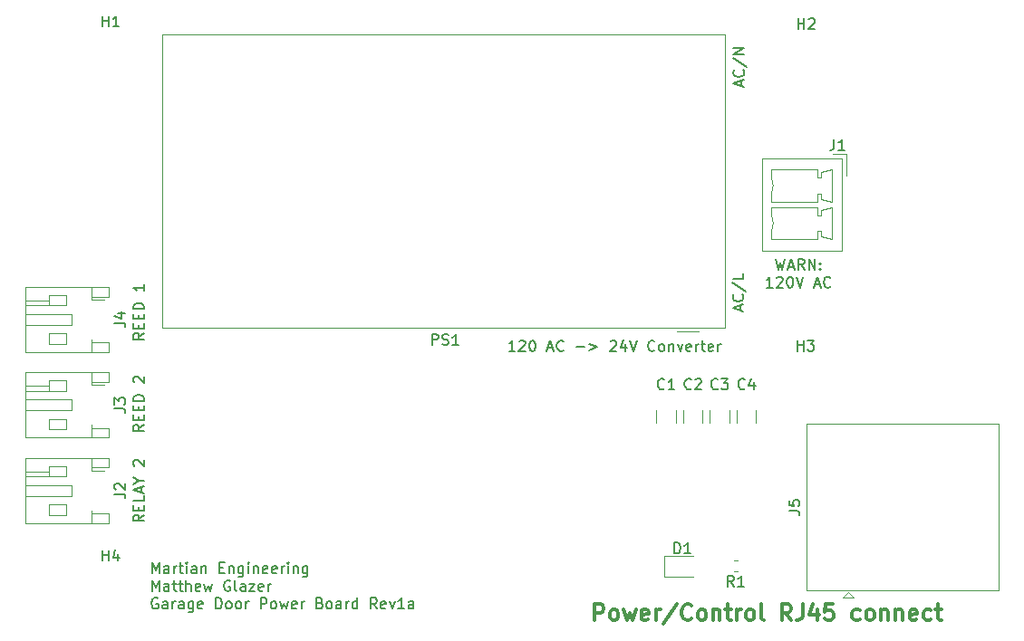
<source format=gbr>
G04 #@! TF.GenerationSoftware,KiCad,Pcbnew,(5.1.5)-3*
G04 #@! TF.CreationDate,2020-05-14T21:27:18-06:00*
G04 #@! TF.ProjectId,GarageDoorPowerBoard,47617261-6765-4446-9f6f-72506f776572,rev?*
G04 #@! TF.SameCoordinates,Original*
G04 #@! TF.FileFunction,Legend,Top*
G04 #@! TF.FilePolarity,Positive*
%FSLAX46Y46*%
G04 Gerber Fmt 4.6, Leading zero omitted, Abs format (unit mm)*
G04 Created by KiCad (PCBNEW (5.1.5)-3) date 2020-05-14 21:27:18*
%MOMM*%
%LPD*%
G04 APERTURE LIST*
%ADD10C,0.150000*%
%ADD11C,0.300000*%
%ADD12C,0.120000*%
G04 APERTURE END LIST*
D10*
X110469995Y-115667780D02*
X110469995Y-114667780D01*
X110803328Y-115382066D01*
X111136661Y-114667780D01*
X111136661Y-115667780D01*
X112041423Y-115667780D02*
X112041423Y-115143971D01*
X111993804Y-115048733D01*
X111898566Y-115001114D01*
X111708090Y-115001114D01*
X111612852Y-115048733D01*
X112041423Y-115620161D02*
X111946185Y-115667780D01*
X111708090Y-115667780D01*
X111612852Y-115620161D01*
X111565233Y-115524923D01*
X111565233Y-115429685D01*
X111612852Y-115334447D01*
X111708090Y-115286828D01*
X111946185Y-115286828D01*
X112041423Y-115239209D01*
X112517614Y-115667780D02*
X112517614Y-115001114D01*
X112517614Y-115191590D02*
X112565233Y-115096352D01*
X112612852Y-115048733D01*
X112708090Y-115001114D01*
X112803328Y-115001114D01*
X112993804Y-115001114D02*
X113374757Y-115001114D01*
X113136661Y-114667780D02*
X113136661Y-115524923D01*
X113184280Y-115620161D01*
X113279519Y-115667780D01*
X113374757Y-115667780D01*
X113708090Y-115667780D02*
X113708090Y-115001114D01*
X113708090Y-114667780D02*
X113660471Y-114715400D01*
X113708090Y-114763019D01*
X113755709Y-114715400D01*
X113708090Y-114667780D01*
X113708090Y-114763019D01*
X114612852Y-115667780D02*
X114612852Y-115143971D01*
X114565233Y-115048733D01*
X114469995Y-115001114D01*
X114279519Y-115001114D01*
X114184280Y-115048733D01*
X114612852Y-115620161D02*
X114517614Y-115667780D01*
X114279519Y-115667780D01*
X114184280Y-115620161D01*
X114136661Y-115524923D01*
X114136661Y-115429685D01*
X114184280Y-115334447D01*
X114279519Y-115286828D01*
X114517614Y-115286828D01*
X114612852Y-115239209D01*
X115089042Y-115001114D02*
X115089042Y-115667780D01*
X115089042Y-115096352D02*
X115136661Y-115048733D01*
X115231900Y-115001114D01*
X115374757Y-115001114D01*
X115469995Y-115048733D01*
X115517614Y-115143971D01*
X115517614Y-115667780D01*
X116755709Y-115143971D02*
X117089042Y-115143971D01*
X117231900Y-115667780D02*
X116755709Y-115667780D01*
X116755709Y-114667780D01*
X117231900Y-114667780D01*
X117660471Y-115001114D02*
X117660471Y-115667780D01*
X117660471Y-115096352D02*
X117708090Y-115048733D01*
X117803328Y-115001114D01*
X117946185Y-115001114D01*
X118041423Y-115048733D01*
X118089042Y-115143971D01*
X118089042Y-115667780D01*
X118993804Y-115001114D02*
X118993804Y-115810638D01*
X118946185Y-115905876D01*
X118898566Y-115953495D01*
X118803328Y-116001114D01*
X118660471Y-116001114D01*
X118565233Y-115953495D01*
X118993804Y-115620161D02*
X118898566Y-115667780D01*
X118708090Y-115667780D01*
X118612852Y-115620161D01*
X118565233Y-115572542D01*
X118517614Y-115477304D01*
X118517614Y-115191590D01*
X118565233Y-115096352D01*
X118612852Y-115048733D01*
X118708090Y-115001114D01*
X118898566Y-115001114D01*
X118993804Y-115048733D01*
X119469995Y-115667780D02*
X119469995Y-115001114D01*
X119469995Y-114667780D02*
X119422376Y-114715400D01*
X119469995Y-114763019D01*
X119517614Y-114715400D01*
X119469995Y-114667780D01*
X119469995Y-114763019D01*
X119946185Y-115001114D02*
X119946185Y-115667780D01*
X119946185Y-115096352D02*
X119993804Y-115048733D01*
X120089042Y-115001114D01*
X120231900Y-115001114D01*
X120327138Y-115048733D01*
X120374757Y-115143971D01*
X120374757Y-115667780D01*
X121231900Y-115620161D02*
X121136661Y-115667780D01*
X120946185Y-115667780D01*
X120850947Y-115620161D01*
X120803328Y-115524923D01*
X120803328Y-115143971D01*
X120850947Y-115048733D01*
X120946185Y-115001114D01*
X121136661Y-115001114D01*
X121231900Y-115048733D01*
X121279519Y-115143971D01*
X121279519Y-115239209D01*
X120803328Y-115334447D01*
X122089042Y-115620161D02*
X121993804Y-115667780D01*
X121803328Y-115667780D01*
X121708090Y-115620161D01*
X121660471Y-115524923D01*
X121660471Y-115143971D01*
X121708090Y-115048733D01*
X121803328Y-115001114D01*
X121993804Y-115001114D01*
X122089042Y-115048733D01*
X122136661Y-115143971D01*
X122136661Y-115239209D01*
X121660471Y-115334447D01*
X122565233Y-115667780D02*
X122565233Y-115001114D01*
X122565233Y-115191590D02*
X122612852Y-115096352D01*
X122660471Y-115048733D01*
X122755709Y-115001114D01*
X122850947Y-115001114D01*
X123184280Y-115667780D02*
X123184280Y-115001114D01*
X123184280Y-114667780D02*
X123136661Y-114715400D01*
X123184280Y-114763019D01*
X123231900Y-114715400D01*
X123184280Y-114667780D01*
X123184280Y-114763019D01*
X123660471Y-115001114D02*
X123660471Y-115667780D01*
X123660471Y-115096352D02*
X123708090Y-115048733D01*
X123803328Y-115001114D01*
X123946185Y-115001114D01*
X124041423Y-115048733D01*
X124089042Y-115143971D01*
X124089042Y-115667780D01*
X124993804Y-115001114D02*
X124993804Y-115810638D01*
X124946185Y-115905876D01*
X124898566Y-115953495D01*
X124803328Y-116001114D01*
X124660471Y-116001114D01*
X124565233Y-115953495D01*
X124993804Y-115620161D02*
X124898566Y-115667780D01*
X124708090Y-115667780D01*
X124612852Y-115620161D01*
X124565233Y-115572542D01*
X124517614Y-115477304D01*
X124517614Y-115191590D01*
X124565233Y-115096352D01*
X124612852Y-115048733D01*
X124708090Y-115001114D01*
X124898566Y-115001114D01*
X124993804Y-115048733D01*
X110469995Y-117317780D02*
X110469995Y-116317780D01*
X110803328Y-117032066D01*
X111136661Y-116317780D01*
X111136661Y-117317780D01*
X112041423Y-117317780D02*
X112041423Y-116793971D01*
X111993804Y-116698733D01*
X111898566Y-116651114D01*
X111708090Y-116651114D01*
X111612852Y-116698733D01*
X112041423Y-117270161D02*
X111946185Y-117317780D01*
X111708090Y-117317780D01*
X111612852Y-117270161D01*
X111565233Y-117174923D01*
X111565233Y-117079685D01*
X111612852Y-116984447D01*
X111708090Y-116936828D01*
X111946185Y-116936828D01*
X112041423Y-116889209D01*
X112374757Y-116651114D02*
X112755709Y-116651114D01*
X112517614Y-116317780D02*
X112517614Y-117174923D01*
X112565233Y-117270161D01*
X112660471Y-117317780D01*
X112755709Y-117317780D01*
X112946185Y-116651114D02*
X113327138Y-116651114D01*
X113089042Y-116317780D02*
X113089042Y-117174923D01*
X113136661Y-117270161D01*
X113231900Y-117317780D01*
X113327138Y-117317780D01*
X113660471Y-117317780D02*
X113660471Y-116317780D01*
X114089042Y-117317780D02*
X114089042Y-116793971D01*
X114041423Y-116698733D01*
X113946185Y-116651114D01*
X113803328Y-116651114D01*
X113708090Y-116698733D01*
X113660471Y-116746352D01*
X114946185Y-117270161D02*
X114850947Y-117317780D01*
X114660471Y-117317780D01*
X114565233Y-117270161D01*
X114517614Y-117174923D01*
X114517614Y-116793971D01*
X114565233Y-116698733D01*
X114660471Y-116651114D01*
X114850947Y-116651114D01*
X114946185Y-116698733D01*
X114993804Y-116793971D01*
X114993804Y-116889209D01*
X114517614Y-116984447D01*
X115327138Y-116651114D02*
X115517614Y-117317780D01*
X115708090Y-116841590D01*
X115898566Y-117317780D01*
X116089042Y-116651114D01*
X117755709Y-116365400D02*
X117660471Y-116317780D01*
X117517614Y-116317780D01*
X117374757Y-116365400D01*
X117279519Y-116460638D01*
X117231900Y-116555876D01*
X117184280Y-116746352D01*
X117184280Y-116889209D01*
X117231900Y-117079685D01*
X117279519Y-117174923D01*
X117374757Y-117270161D01*
X117517614Y-117317780D01*
X117612852Y-117317780D01*
X117755709Y-117270161D01*
X117803328Y-117222542D01*
X117803328Y-116889209D01*
X117612852Y-116889209D01*
X118374757Y-117317780D02*
X118279519Y-117270161D01*
X118231900Y-117174923D01*
X118231900Y-116317780D01*
X119184280Y-117317780D02*
X119184280Y-116793971D01*
X119136661Y-116698733D01*
X119041423Y-116651114D01*
X118850947Y-116651114D01*
X118755709Y-116698733D01*
X119184280Y-117270161D02*
X119089042Y-117317780D01*
X118850947Y-117317780D01*
X118755709Y-117270161D01*
X118708090Y-117174923D01*
X118708090Y-117079685D01*
X118755709Y-116984447D01*
X118850947Y-116936828D01*
X119089042Y-116936828D01*
X119184280Y-116889209D01*
X119565233Y-116651114D02*
X120089042Y-116651114D01*
X119565233Y-117317780D01*
X120089042Y-117317780D01*
X120850947Y-117270161D02*
X120755709Y-117317780D01*
X120565233Y-117317780D01*
X120469995Y-117270161D01*
X120422376Y-117174923D01*
X120422376Y-116793971D01*
X120469995Y-116698733D01*
X120565233Y-116651114D01*
X120755709Y-116651114D01*
X120850947Y-116698733D01*
X120898566Y-116793971D01*
X120898566Y-116889209D01*
X120422376Y-116984447D01*
X121327138Y-117317780D02*
X121327138Y-116651114D01*
X121327138Y-116841590D02*
X121374757Y-116746352D01*
X121422376Y-116698733D01*
X121517614Y-116651114D01*
X121612852Y-116651114D01*
X110993804Y-118015400D02*
X110898566Y-117967780D01*
X110755709Y-117967780D01*
X110612852Y-118015400D01*
X110517614Y-118110638D01*
X110469995Y-118205876D01*
X110422376Y-118396352D01*
X110422376Y-118539209D01*
X110469995Y-118729685D01*
X110517614Y-118824923D01*
X110612852Y-118920161D01*
X110755709Y-118967780D01*
X110850947Y-118967780D01*
X110993804Y-118920161D01*
X111041423Y-118872542D01*
X111041423Y-118539209D01*
X110850947Y-118539209D01*
X111898566Y-118967780D02*
X111898566Y-118443971D01*
X111850947Y-118348733D01*
X111755709Y-118301114D01*
X111565233Y-118301114D01*
X111469995Y-118348733D01*
X111898566Y-118920161D02*
X111803328Y-118967780D01*
X111565233Y-118967780D01*
X111469995Y-118920161D01*
X111422376Y-118824923D01*
X111422376Y-118729685D01*
X111469995Y-118634447D01*
X111565233Y-118586828D01*
X111803328Y-118586828D01*
X111898566Y-118539209D01*
X112374757Y-118967780D02*
X112374757Y-118301114D01*
X112374757Y-118491590D02*
X112422376Y-118396352D01*
X112469995Y-118348733D01*
X112565233Y-118301114D01*
X112660471Y-118301114D01*
X113422376Y-118967780D02*
X113422376Y-118443971D01*
X113374757Y-118348733D01*
X113279519Y-118301114D01*
X113089042Y-118301114D01*
X112993804Y-118348733D01*
X113422376Y-118920161D02*
X113327138Y-118967780D01*
X113089042Y-118967780D01*
X112993804Y-118920161D01*
X112946185Y-118824923D01*
X112946185Y-118729685D01*
X112993804Y-118634447D01*
X113089042Y-118586828D01*
X113327138Y-118586828D01*
X113422376Y-118539209D01*
X114327138Y-118301114D02*
X114327138Y-119110638D01*
X114279519Y-119205876D01*
X114231900Y-119253495D01*
X114136661Y-119301114D01*
X113993804Y-119301114D01*
X113898566Y-119253495D01*
X114327138Y-118920161D02*
X114231900Y-118967780D01*
X114041423Y-118967780D01*
X113946185Y-118920161D01*
X113898566Y-118872542D01*
X113850947Y-118777304D01*
X113850947Y-118491590D01*
X113898566Y-118396352D01*
X113946185Y-118348733D01*
X114041423Y-118301114D01*
X114231900Y-118301114D01*
X114327138Y-118348733D01*
X115184280Y-118920161D02*
X115089042Y-118967780D01*
X114898566Y-118967780D01*
X114803328Y-118920161D01*
X114755709Y-118824923D01*
X114755709Y-118443971D01*
X114803328Y-118348733D01*
X114898566Y-118301114D01*
X115089042Y-118301114D01*
X115184280Y-118348733D01*
X115231900Y-118443971D01*
X115231900Y-118539209D01*
X114755709Y-118634447D01*
X116422376Y-118967780D02*
X116422376Y-117967780D01*
X116660471Y-117967780D01*
X116803328Y-118015400D01*
X116898566Y-118110638D01*
X116946185Y-118205876D01*
X116993804Y-118396352D01*
X116993804Y-118539209D01*
X116946185Y-118729685D01*
X116898566Y-118824923D01*
X116803328Y-118920161D01*
X116660471Y-118967780D01*
X116422376Y-118967780D01*
X117565233Y-118967780D02*
X117469995Y-118920161D01*
X117422376Y-118872542D01*
X117374757Y-118777304D01*
X117374757Y-118491590D01*
X117422376Y-118396352D01*
X117469995Y-118348733D01*
X117565233Y-118301114D01*
X117708090Y-118301114D01*
X117803328Y-118348733D01*
X117850947Y-118396352D01*
X117898566Y-118491590D01*
X117898566Y-118777304D01*
X117850947Y-118872542D01*
X117803328Y-118920161D01*
X117708090Y-118967780D01*
X117565233Y-118967780D01*
X118469995Y-118967780D02*
X118374757Y-118920161D01*
X118327138Y-118872542D01*
X118279519Y-118777304D01*
X118279519Y-118491590D01*
X118327138Y-118396352D01*
X118374757Y-118348733D01*
X118469995Y-118301114D01*
X118612852Y-118301114D01*
X118708090Y-118348733D01*
X118755709Y-118396352D01*
X118803328Y-118491590D01*
X118803328Y-118777304D01*
X118755709Y-118872542D01*
X118708090Y-118920161D01*
X118612852Y-118967780D01*
X118469995Y-118967780D01*
X119231900Y-118967780D02*
X119231900Y-118301114D01*
X119231900Y-118491590D02*
X119279519Y-118396352D01*
X119327138Y-118348733D01*
X119422376Y-118301114D01*
X119517614Y-118301114D01*
X120612852Y-118967780D02*
X120612852Y-117967780D01*
X120993804Y-117967780D01*
X121089042Y-118015400D01*
X121136661Y-118063019D01*
X121184280Y-118158257D01*
X121184280Y-118301114D01*
X121136661Y-118396352D01*
X121089042Y-118443971D01*
X120993804Y-118491590D01*
X120612852Y-118491590D01*
X121755709Y-118967780D02*
X121660471Y-118920161D01*
X121612852Y-118872542D01*
X121565233Y-118777304D01*
X121565233Y-118491590D01*
X121612852Y-118396352D01*
X121660471Y-118348733D01*
X121755709Y-118301114D01*
X121898566Y-118301114D01*
X121993804Y-118348733D01*
X122041423Y-118396352D01*
X122089042Y-118491590D01*
X122089042Y-118777304D01*
X122041423Y-118872542D01*
X121993804Y-118920161D01*
X121898566Y-118967780D01*
X121755709Y-118967780D01*
X122422376Y-118301114D02*
X122612852Y-118967780D01*
X122803328Y-118491590D01*
X122993804Y-118967780D01*
X123184280Y-118301114D01*
X123946185Y-118920161D02*
X123850947Y-118967780D01*
X123660471Y-118967780D01*
X123565233Y-118920161D01*
X123517614Y-118824923D01*
X123517614Y-118443971D01*
X123565233Y-118348733D01*
X123660471Y-118301114D01*
X123850947Y-118301114D01*
X123946185Y-118348733D01*
X123993804Y-118443971D01*
X123993804Y-118539209D01*
X123517614Y-118634447D01*
X124422376Y-118967780D02*
X124422376Y-118301114D01*
X124422376Y-118491590D02*
X124469995Y-118396352D01*
X124517614Y-118348733D01*
X124612852Y-118301114D01*
X124708090Y-118301114D01*
X126136661Y-118443971D02*
X126279519Y-118491590D01*
X126327138Y-118539209D01*
X126374757Y-118634447D01*
X126374757Y-118777304D01*
X126327138Y-118872542D01*
X126279519Y-118920161D01*
X126184280Y-118967780D01*
X125803328Y-118967780D01*
X125803328Y-117967780D01*
X126136661Y-117967780D01*
X126231900Y-118015400D01*
X126279519Y-118063019D01*
X126327138Y-118158257D01*
X126327138Y-118253495D01*
X126279519Y-118348733D01*
X126231900Y-118396352D01*
X126136661Y-118443971D01*
X125803328Y-118443971D01*
X126946185Y-118967780D02*
X126850947Y-118920161D01*
X126803328Y-118872542D01*
X126755709Y-118777304D01*
X126755709Y-118491590D01*
X126803328Y-118396352D01*
X126850947Y-118348733D01*
X126946185Y-118301114D01*
X127089042Y-118301114D01*
X127184280Y-118348733D01*
X127231900Y-118396352D01*
X127279519Y-118491590D01*
X127279519Y-118777304D01*
X127231900Y-118872542D01*
X127184280Y-118920161D01*
X127089042Y-118967780D01*
X126946185Y-118967780D01*
X128136661Y-118967780D02*
X128136661Y-118443971D01*
X128089042Y-118348733D01*
X127993804Y-118301114D01*
X127803328Y-118301114D01*
X127708090Y-118348733D01*
X128136661Y-118920161D02*
X128041423Y-118967780D01*
X127803328Y-118967780D01*
X127708090Y-118920161D01*
X127660471Y-118824923D01*
X127660471Y-118729685D01*
X127708090Y-118634447D01*
X127803328Y-118586828D01*
X128041423Y-118586828D01*
X128136661Y-118539209D01*
X128612852Y-118967780D02*
X128612852Y-118301114D01*
X128612852Y-118491590D02*
X128660471Y-118396352D01*
X128708090Y-118348733D01*
X128803328Y-118301114D01*
X128898566Y-118301114D01*
X129660471Y-118967780D02*
X129660471Y-117967780D01*
X129660471Y-118920161D02*
X129565233Y-118967780D01*
X129374757Y-118967780D01*
X129279519Y-118920161D01*
X129231900Y-118872542D01*
X129184280Y-118777304D01*
X129184280Y-118491590D01*
X129231900Y-118396352D01*
X129279519Y-118348733D01*
X129374757Y-118301114D01*
X129565233Y-118301114D01*
X129660471Y-118348733D01*
X131469995Y-118967780D02*
X131136661Y-118491590D01*
X130898566Y-118967780D02*
X130898566Y-117967780D01*
X131279519Y-117967780D01*
X131374757Y-118015400D01*
X131422376Y-118063019D01*
X131469995Y-118158257D01*
X131469995Y-118301114D01*
X131422376Y-118396352D01*
X131374757Y-118443971D01*
X131279519Y-118491590D01*
X130898566Y-118491590D01*
X132279519Y-118920161D02*
X132184280Y-118967780D01*
X131993804Y-118967780D01*
X131898566Y-118920161D01*
X131850947Y-118824923D01*
X131850947Y-118443971D01*
X131898566Y-118348733D01*
X131993804Y-118301114D01*
X132184280Y-118301114D01*
X132279519Y-118348733D01*
X132327138Y-118443971D01*
X132327138Y-118539209D01*
X131850947Y-118634447D01*
X132660471Y-118301114D02*
X132898566Y-118967780D01*
X133136661Y-118301114D01*
X134041423Y-118967780D02*
X133469995Y-118967780D01*
X133755709Y-118967780D02*
X133755709Y-117967780D01*
X133660471Y-118110638D01*
X133565233Y-118205876D01*
X133469995Y-118253495D01*
X134898566Y-118967780D02*
X134898566Y-118443971D01*
X134850947Y-118348733D01*
X134755709Y-118301114D01*
X134565233Y-118301114D01*
X134469995Y-118348733D01*
X134898566Y-118920161D02*
X134803328Y-118967780D01*
X134565233Y-118967780D01*
X134469995Y-118920161D01*
X134422376Y-118824923D01*
X134422376Y-118729685D01*
X134469995Y-118634447D01*
X134565233Y-118586828D01*
X134803328Y-118586828D01*
X134898566Y-118539209D01*
X165444466Y-91074666D02*
X165444466Y-90598476D01*
X165730180Y-91169904D02*
X164730180Y-90836571D01*
X165730180Y-90503238D01*
X165634942Y-89598476D02*
X165682561Y-89646095D01*
X165730180Y-89788952D01*
X165730180Y-89884190D01*
X165682561Y-90027047D01*
X165587323Y-90122285D01*
X165492085Y-90169904D01*
X165301609Y-90217523D01*
X165158752Y-90217523D01*
X164968276Y-90169904D01*
X164873038Y-90122285D01*
X164777800Y-90027047D01*
X164730180Y-89884190D01*
X164730180Y-89788952D01*
X164777800Y-89646095D01*
X164825419Y-89598476D01*
X164682561Y-88455619D02*
X165968276Y-89312761D01*
X165730180Y-87646095D02*
X165730180Y-88122285D01*
X164730180Y-88122285D01*
X165495266Y-70086314D02*
X165495266Y-69610123D01*
X165780980Y-70181552D02*
X164780980Y-69848219D01*
X165780980Y-69514885D01*
X165685742Y-68610123D02*
X165733361Y-68657742D01*
X165780980Y-68800600D01*
X165780980Y-68895838D01*
X165733361Y-69038695D01*
X165638123Y-69133933D01*
X165542885Y-69181552D01*
X165352409Y-69229171D01*
X165209552Y-69229171D01*
X165019076Y-69181552D01*
X164923838Y-69133933D01*
X164828600Y-69038695D01*
X164780980Y-68895838D01*
X164780980Y-68800600D01*
X164828600Y-68657742D01*
X164876219Y-68610123D01*
X164733361Y-67467266D02*
X166019076Y-68324409D01*
X165780980Y-67133933D02*
X164780980Y-67133933D01*
X165780980Y-66562504D01*
X164780980Y-66562504D01*
X168746752Y-86282780D02*
X168984847Y-87282780D01*
X169175323Y-86568495D01*
X169365800Y-87282780D01*
X169603895Y-86282780D01*
X169937228Y-86997066D02*
X170413419Y-86997066D01*
X169841990Y-87282780D02*
X170175323Y-86282780D01*
X170508657Y-87282780D01*
X171413419Y-87282780D02*
X171080085Y-86806590D01*
X170841990Y-87282780D02*
X170841990Y-86282780D01*
X171222942Y-86282780D01*
X171318180Y-86330400D01*
X171365800Y-86378019D01*
X171413419Y-86473257D01*
X171413419Y-86616114D01*
X171365800Y-86711352D01*
X171318180Y-86758971D01*
X171222942Y-86806590D01*
X170841990Y-86806590D01*
X171841990Y-87282780D02*
X171841990Y-86282780D01*
X172413419Y-87282780D01*
X172413419Y-86282780D01*
X172889609Y-87187542D02*
X172937228Y-87235161D01*
X172889609Y-87282780D01*
X172841990Y-87235161D01*
X172889609Y-87187542D01*
X172889609Y-87282780D01*
X172889609Y-86663733D02*
X172937228Y-86711352D01*
X172889609Y-86758971D01*
X172841990Y-86711352D01*
X172889609Y-86663733D01*
X172889609Y-86758971D01*
X168461038Y-88932780D02*
X167889609Y-88932780D01*
X168175323Y-88932780D02*
X168175323Y-87932780D01*
X168080085Y-88075638D01*
X167984847Y-88170876D01*
X167889609Y-88218495D01*
X168841990Y-88028019D02*
X168889609Y-87980400D01*
X168984847Y-87932780D01*
X169222942Y-87932780D01*
X169318180Y-87980400D01*
X169365800Y-88028019D01*
X169413419Y-88123257D01*
X169413419Y-88218495D01*
X169365800Y-88361352D01*
X168794371Y-88932780D01*
X169413419Y-88932780D01*
X170032466Y-87932780D02*
X170127704Y-87932780D01*
X170222942Y-87980400D01*
X170270561Y-88028019D01*
X170318180Y-88123257D01*
X170365800Y-88313733D01*
X170365800Y-88551828D01*
X170318180Y-88742304D01*
X170270561Y-88837542D01*
X170222942Y-88885161D01*
X170127704Y-88932780D01*
X170032466Y-88932780D01*
X169937228Y-88885161D01*
X169889609Y-88837542D01*
X169841990Y-88742304D01*
X169794371Y-88551828D01*
X169794371Y-88313733D01*
X169841990Y-88123257D01*
X169889609Y-88028019D01*
X169937228Y-87980400D01*
X170032466Y-87932780D01*
X170651514Y-87932780D02*
X170984847Y-88932780D01*
X171318180Y-87932780D01*
X172365800Y-88647066D02*
X172841990Y-88647066D01*
X172270561Y-88932780D02*
X172603895Y-87932780D01*
X172937228Y-88932780D01*
X173841990Y-88837542D02*
X173794371Y-88885161D01*
X173651514Y-88932780D01*
X173556276Y-88932780D01*
X173413419Y-88885161D01*
X173318180Y-88789923D01*
X173270561Y-88694685D01*
X173222942Y-88504209D01*
X173222942Y-88361352D01*
X173270561Y-88170876D01*
X173318180Y-88075638D01*
X173413419Y-87980400D01*
X173556276Y-87932780D01*
X173651514Y-87932780D01*
X173794371Y-87980400D01*
X173841990Y-88028019D01*
X144384285Y-94889580D02*
X143812857Y-94889580D01*
X144098571Y-94889580D02*
X144098571Y-93889580D01*
X144003333Y-94032438D01*
X143908095Y-94127676D01*
X143812857Y-94175295D01*
X144765238Y-93984819D02*
X144812857Y-93937200D01*
X144908095Y-93889580D01*
X145146190Y-93889580D01*
X145241428Y-93937200D01*
X145289047Y-93984819D01*
X145336666Y-94080057D01*
X145336666Y-94175295D01*
X145289047Y-94318152D01*
X144717619Y-94889580D01*
X145336666Y-94889580D01*
X145955714Y-93889580D02*
X146050952Y-93889580D01*
X146146190Y-93937200D01*
X146193809Y-93984819D01*
X146241428Y-94080057D01*
X146289047Y-94270533D01*
X146289047Y-94508628D01*
X146241428Y-94699104D01*
X146193809Y-94794342D01*
X146146190Y-94841961D01*
X146050952Y-94889580D01*
X145955714Y-94889580D01*
X145860476Y-94841961D01*
X145812857Y-94794342D01*
X145765238Y-94699104D01*
X145717619Y-94508628D01*
X145717619Y-94270533D01*
X145765238Y-94080057D01*
X145812857Y-93984819D01*
X145860476Y-93937200D01*
X145955714Y-93889580D01*
X147431904Y-94603866D02*
X147908095Y-94603866D01*
X147336666Y-94889580D02*
X147670000Y-93889580D01*
X148003333Y-94889580D01*
X148908095Y-94794342D02*
X148860476Y-94841961D01*
X148717619Y-94889580D01*
X148622380Y-94889580D01*
X148479523Y-94841961D01*
X148384285Y-94746723D01*
X148336666Y-94651485D01*
X148289047Y-94461009D01*
X148289047Y-94318152D01*
X148336666Y-94127676D01*
X148384285Y-94032438D01*
X148479523Y-93937200D01*
X148622380Y-93889580D01*
X148717619Y-93889580D01*
X148860476Y-93937200D01*
X148908095Y-93984819D01*
X150098571Y-94508628D02*
X150860476Y-94508628D01*
X151336666Y-94222914D02*
X152098571Y-94508628D01*
X151336666Y-94794342D01*
X153289047Y-93984819D02*
X153336666Y-93937200D01*
X153431904Y-93889580D01*
X153670000Y-93889580D01*
X153765238Y-93937200D01*
X153812857Y-93984819D01*
X153860476Y-94080057D01*
X153860476Y-94175295D01*
X153812857Y-94318152D01*
X153241428Y-94889580D01*
X153860476Y-94889580D01*
X154717619Y-94222914D02*
X154717619Y-94889580D01*
X154479523Y-93841961D02*
X154241428Y-94556247D01*
X154860476Y-94556247D01*
X155098571Y-93889580D02*
X155431904Y-94889580D01*
X155765238Y-93889580D01*
X157431904Y-94794342D02*
X157384285Y-94841961D01*
X157241428Y-94889580D01*
X157146190Y-94889580D01*
X157003333Y-94841961D01*
X156908095Y-94746723D01*
X156860476Y-94651485D01*
X156812857Y-94461009D01*
X156812857Y-94318152D01*
X156860476Y-94127676D01*
X156908095Y-94032438D01*
X157003333Y-93937200D01*
X157146190Y-93889580D01*
X157241428Y-93889580D01*
X157384285Y-93937200D01*
X157431904Y-93984819D01*
X158003333Y-94889580D02*
X157908095Y-94841961D01*
X157860476Y-94794342D01*
X157812857Y-94699104D01*
X157812857Y-94413390D01*
X157860476Y-94318152D01*
X157908095Y-94270533D01*
X158003333Y-94222914D01*
X158146190Y-94222914D01*
X158241428Y-94270533D01*
X158289047Y-94318152D01*
X158336666Y-94413390D01*
X158336666Y-94699104D01*
X158289047Y-94794342D01*
X158241428Y-94841961D01*
X158146190Y-94889580D01*
X158003333Y-94889580D01*
X158765238Y-94222914D02*
X158765238Y-94889580D01*
X158765238Y-94318152D02*
X158812857Y-94270533D01*
X158908095Y-94222914D01*
X159050952Y-94222914D01*
X159146190Y-94270533D01*
X159193809Y-94365771D01*
X159193809Y-94889580D01*
X159574761Y-94222914D02*
X159812857Y-94889580D01*
X160050952Y-94222914D01*
X160812857Y-94841961D02*
X160717619Y-94889580D01*
X160527142Y-94889580D01*
X160431904Y-94841961D01*
X160384285Y-94746723D01*
X160384285Y-94365771D01*
X160431904Y-94270533D01*
X160527142Y-94222914D01*
X160717619Y-94222914D01*
X160812857Y-94270533D01*
X160860476Y-94365771D01*
X160860476Y-94461009D01*
X160384285Y-94556247D01*
X161289047Y-94889580D02*
X161289047Y-94222914D01*
X161289047Y-94413390D02*
X161336666Y-94318152D01*
X161384285Y-94270533D01*
X161479523Y-94222914D01*
X161574761Y-94222914D01*
X161765238Y-94222914D02*
X162146190Y-94222914D01*
X161908095Y-93889580D02*
X161908095Y-94746723D01*
X161955714Y-94841961D01*
X162050952Y-94889580D01*
X162146190Y-94889580D01*
X162860476Y-94841961D02*
X162765238Y-94889580D01*
X162574761Y-94889580D01*
X162479523Y-94841961D01*
X162431904Y-94746723D01*
X162431904Y-94365771D01*
X162479523Y-94270533D01*
X162574761Y-94222914D01*
X162765238Y-94222914D01*
X162860476Y-94270533D01*
X162908095Y-94365771D01*
X162908095Y-94461009D01*
X162431904Y-94556247D01*
X163336666Y-94889580D02*
X163336666Y-94222914D01*
X163336666Y-94413390D02*
X163384285Y-94318152D01*
X163431904Y-94270533D01*
X163527142Y-94222914D01*
X163622380Y-94222914D01*
X109723180Y-110198180D02*
X109246990Y-110531514D01*
X109723180Y-110769609D02*
X108723180Y-110769609D01*
X108723180Y-110388657D01*
X108770800Y-110293419D01*
X108818419Y-110245800D01*
X108913657Y-110198180D01*
X109056514Y-110198180D01*
X109151752Y-110245800D01*
X109199371Y-110293419D01*
X109246990Y-110388657D01*
X109246990Y-110769609D01*
X109199371Y-109769609D02*
X109199371Y-109436276D01*
X109723180Y-109293419D02*
X109723180Y-109769609D01*
X108723180Y-109769609D01*
X108723180Y-109293419D01*
X109723180Y-108388657D02*
X109723180Y-108864847D01*
X108723180Y-108864847D01*
X109437466Y-108102942D02*
X109437466Y-107626752D01*
X109723180Y-108198180D02*
X108723180Y-107864847D01*
X109723180Y-107531514D01*
X109246990Y-107007704D02*
X109723180Y-107007704D01*
X108723180Y-107341038D02*
X109246990Y-107007704D01*
X108723180Y-106674371D01*
X108818419Y-105626752D02*
X108770800Y-105579133D01*
X108723180Y-105483895D01*
X108723180Y-105245800D01*
X108770800Y-105150561D01*
X108818419Y-105102942D01*
X108913657Y-105055323D01*
X109008895Y-105055323D01*
X109151752Y-105102942D01*
X109723180Y-105674371D01*
X109723180Y-105055323D01*
X109723180Y-101769609D02*
X109246990Y-102102942D01*
X109723180Y-102341038D02*
X108723180Y-102341038D01*
X108723180Y-101960085D01*
X108770800Y-101864847D01*
X108818419Y-101817228D01*
X108913657Y-101769609D01*
X109056514Y-101769609D01*
X109151752Y-101817228D01*
X109199371Y-101864847D01*
X109246990Y-101960085D01*
X109246990Y-102341038D01*
X109199371Y-101341038D02*
X109199371Y-101007704D01*
X109723180Y-100864847D02*
X109723180Y-101341038D01*
X108723180Y-101341038D01*
X108723180Y-100864847D01*
X109199371Y-100436276D02*
X109199371Y-100102942D01*
X109723180Y-99960085D02*
X109723180Y-100436276D01*
X108723180Y-100436276D01*
X108723180Y-99960085D01*
X109723180Y-99531514D02*
X108723180Y-99531514D01*
X108723180Y-99293419D01*
X108770800Y-99150561D01*
X108866038Y-99055323D01*
X108961276Y-99007704D01*
X109151752Y-98960085D01*
X109294609Y-98960085D01*
X109485085Y-99007704D01*
X109580323Y-99055323D01*
X109675561Y-99150561D01*
X109723180Y-99293419D01*
X109723180Y-99531514D01*
X108818419Y-97817228D02*
X108770800Y-97769609D01*
X108723180Y-97674371D01*
X108723180Y-97436276D01*
X108770800Y-97341038D01*
X108818419Y-97293419D01*
X108913657Y-97245800D01*
X109008895Y-97245800D01*
X109151752Y-97293419D01*
X109723180Y-97864847D01*
X109723180Y-97245800D01*
X109723180Y-93198180D02*
X109246990Y-93531514D01*
X109723180Y-93769609D02*
X108723180Y-93769609D01*
X108723180Y-93388657D01*
X108770800Y-93293419D01*
X108818419Y-93245800D01*
X108913657Y-93198180D01*
X109056514Y-93198180D01*
X109151752Y-93245800D01*
X109199371Y-93293419D01*
X109246990Y-93388657D01*
X109246990Y-93769609D01*
X109199371Y-92769609D02*
X109199371Y-92436276D01*
X109723180Y-92293419D02*
X109723180Y-92769609D01*
X108723180Y-92769609D01*
X108723180Y-92293419D01*
X109199371Y-91864847D02*
X109199371Y-91531514D01*
X109723180Y-91388657D02*
X109723180Y-91864847D01*
X108723180Y-91864847D01*
X108723180Y-91388657D01*
X109723180Y-90960085D02*
X108723180Y-90960085D01*
X108723180Y-90721990D01*
X108770800Y-90579133D01*
X108866038Y-90483895D01*
X108961276Y-90436276D01*
X109151752Y-90388657D01*
X109294609Y-90388657D01*
X109485085Y-90436276D01*
X109580323Y-90483895D01*
X109675561Y-90579133D01*
X109723180Y-90721990D01*
X109723180Y-90960085D01*
X109723180Y-88674371D02*
X109723180Y-89245800D01*
X109723180Y-88960085D02*
X108723180Y-88960085D01*
X108866038Y-89055323D01*
X108961276Y-89150561D01*
X109008895Y-89245800D01*
D11*
X151812257Y-120058571D02*
X151812257Y-118558571D01*
X152383685Y-118558571D01*
X152526542Y-118630000D01*
X152597971Y-118701428D01*
X152669399Y-118844285D01*
X152669399Y-119058571D01*
X152597971Y-119201428D01*
X152526542Y-119272857D01*
X152383685Y-119344285D01*
X151812257Y-119344285D01*
X153526542Y-120058571D02*
X153383685Y-119987142D01*
X153312257Y-119915714D01*
X153240828Y-119772857D01*
X153240828Y-119344285D01*
X153312257Y-119201428D01*
X153383685Y-119130000D01*
X153526542Y-119058571D01*
X153740828Y-119058571D01*
X153883685Y-119130000D01*
X153955114Y-119201428D01*
X154026542Y-119344285D01*
X154026542Y-119772857D01*
X153955114Y-119915714D01*
X153883685Y-119987142D01*
X153740828Y-120058571D01*
X153526542Y-120058571D01*
X154526542Y-119058571D02*
X154812257Y-120058571D01*
X155097971Y-119344285D01*
X155383685Y-120058571D01*
X155669399Y-119058571D01*
X156812257Y-119987142D02*
X156669399Y-120058571D01*
X156383685Y-120058571D01*
X156240828Y-119987142D01*
X156169399Y-119844285D01*
X156169399Y-119272857D01*
X156240828Y-119130000D01*
X156383685Y-119058571D01*
X156669399Y-119058571D01*
X156812257Y-119130000D01*
X156883685Y-119272857D01*
X156883685Y-119415714D01*
X156169399Y-119558571D01*
X157526542Y-120058571D02*
X157526542Y-119058571D01*
X157526542Y-119344285D02*
X157597971Y-119201428D01*
X157669399Y-119130000D01*
X157812257Y-119058571D01*
X157955114Y-119058571D01*
X159526542Y-118487142D02*
X158240828Y-120415714D01*
X160883685Y-119915714D02*
X160812257Y-119987142D01*
X160597971Y-120058571D01*
X160455114Y-120058571D01*
X160240828Y-119987142D01*
X160097971Y-119844285D01*
X160026542Y-119701428D01*
X159955114Y-119415714D01*
X159955114Y-119201428D01*
X160026542Y-118915714D01*
X160097971Y-118772857D01*
X160240828Y-118630000D01*
X160455114Y-118558571D01*
X160597971Y-118558571D01*
X160812257Y-118630000D01*
X160883685Y-118701428D01*
X161740828Y-120058571D02*
X161597971Y-119987142D01*
X161526542Y-119915714D01*
X161455114Y-119772857D01*
X161455114Y-119344285D01*
X161526542Y-119201428D01*
X161597971Y-119130000D01*
X161740828Y-119058571D01*
X161955114Y-119058571D01*
X162097971Y-119130000D01*
X162169399Y-119201428D01*
X162240828Y-119344285D01*
X162240828Y-119772857D01*
X162169399Y-119915714D01*
X162097971Y-119987142D01*
X161955114Y-120058571D01*
X161740828Y-120058571D01*
X162883685Y-119058571D02*
X162883685Y-120058571D01*
X162883685Y-119201428D02*
X162955114Y-119130000D01*
X163097971Y-119058571D01*
X163312257Y-119058571D01*
X163455114Y-119130000D01*
X163526542Y-119272857D01*
X163526542Y-120058571D01*
X164026542Y-119058571D02*
X164597971Y-119058571D01*
X164240828Y-118558571D02*
X164240828Y-119844285D01*
X164312257Y-119987142D01*
X164455114Y-120058571D01*
X164597971Y-120058571D01*
X165097971Y-120058571D02*
X165097971Y-119058571D01*
X165097971Y-119344285D02*
X165169399Y-119201428D01*
X165240828Y-119130000D01*
X165383685Y-119058571D01*
X165526542Y-119058571D01*
X166240828Y-120058571D02*
X166097971Y-119987142D01*
X166026542Y-119915714D01*
X165955114Y-119772857D01*
X165955114Y-119344285D01*
X166026542Y-119201428D01*
X166097971Y-119130000D01*
X166240828Y-119058571D01*
X166455114Y-119058571D01*
X166597971Y-119130000D01*
X166669399Y-119201428D01*
X166740828Y-119344285D01*
X166740828Y-119772857D01*
X166669399Y-119915714D01*
X166597971Y-119987142D01*
X166455114Y-120058571D01*
X166240828Y-120058571D01*
X167597971Y-120058571D02*
X167455114Y-119987142D01*
X167383685Y-119844285D01*
X167383685Y-118558571D01*
X170169399Y-120058571D02*
X169669399Y-119344285D01*
X169312257Y-120058571D02*
X169312257Y-118558571D01*
X169883685Y-118558571D01*
X170026542Y-118630000D01*
X170097971Y-118701428D01*
X170169399Y-118844285D01*
X170169399Y-119058571D01*
X170097971Y-119201428D01*
X170026542Y-119272857D01*
X169883685Y-119344285D01*
X169312257Y-119344285D01*
X171240828Y-118558571D02*
X171240828Y-119630000D01*
X171169399Y-119844285D01*
X171026542Y-119987142D01*
X170812257Y-120058571D01*
X170669399Y-120058571D01*
X172597971Y-119058571D02*
X172597971Y-120058571D01*
X172240828Y-118487142D02*
X171883685Y-119558571D01*
X172812257Y-119558571D01*
X174097971Y-118558571D02*
X173383685Y-118558571D01*
X173312257Y-119272857D01*
X173383685Y-119201428D01*
X173526542Y-119130000D01*
X173883685Y-119130000D01*
X174026542Y-119201428D01*
X174097971Y-119272857D01*
X174169399Y-119415714D01*
X174169399Y-119772857D01*
X174097971Y-119915714D01*
X174026542Y-119987142D01*
X173883685Y-120058571D01*
X173526542Y-120058571D01*
X173383685Y-119987142D01*
X173312257Y-119915714D01*
X176597971Y-119987142D02*
X176455114Y-120058571D01*
X176169399Y-120058571D01*
X176026542Y-119987142D01*
X175955114Y-119915714D01*
X175883685Y-119772857D01*
X175883685Y-119344285D01*
X175955114Y-119201428D01*
X176026542Y-119130000D01*
X176169399Y-119058571D01*
X176455114Y-119058571D01*
X176597971Y-119130000D01*
X177455114Y-120058571D02*
X177312257Y-119987142D01*
X177240828Y-119915714D01*
X177169399Y-119772857D01*
X177169399Y-119344285D01*
X177240828Y-119201428D01*
X177312257Y-119130000D01*
X177455114Y-119058571D01*
X177669399Y-119058571D01*
X177812257Y-119130000D01*
X177883685Y-119201428D01*
X177955114Y-119344285D01*
X177955114Y-119772857D01*
X177883685Y-119915714D01*
X177812257Y-119987142D01*
X177669399Y-120058571D01*
X177455114Y-120058571D01*
X178597971Y-119058571D02*
X178597971Y-120058571D01*
X178597971Y-119201428D02*
X178669399Y-119130000D01*
X178812257Y-119058571D01*
X179026542Y-119058571D01*
X179169399Y-119130000D01*
X179240828Y-119272857D01*
X179240828Y-120058571D01*
X179955114Y-119058571D02*
X179955114Y-120058571D01*
X179955114Y-119201428D02*
X180026542Y-119130000D01*
X180169399Y-119058571D01*
X180383685Y-119058571D01*
X180526542Y-119130000D01*
X180597971Y-119272857D01*
X180597971Y-120058571D01*
X181883685Y-119987142D02*
X181740828Y-120058571D01*
X181455114Y-120058571D01*
X181312257Y-119987142D01*
X181240828Y-119844285D01*
X181240828Y-119272857D01*
X181312257Y-119130000D01*
X181455114Y-119058571D01*
X181740828Y-119058571D01*
X181883685Y-119130000D01*
X181955114Y-119272857D01*
X181955114Y-119415714D01*
X181240828Y-119558571D01*
X183240828Y-119987142D02*
X183097971Y-120058571D01*
X182812257Y-120058571D01*
X182669400Y-119987142D01*
X182597971Y-119915714D01*
X182526542Y-119772857D01*
X182526542Y-119344285D01*
X182597971Y-119201428D01*
X182669400Y-119130000D01*
X182812257Y-119058571D01*
X183097971Y-119058571D01*
X183240828Y-119130000D01*
X183669400Y-119058571D02*
X184240828Y-119058571D01*
X183883685Y-118558571D02*
X183883685Y-119844285D01*
X183955114Y-119987142D01*
X184097971Y-120058571D01*
X184240828Y-120058571D01*
D12*
X165162779Y-114490000D02*
X164837221Y-114490000D01*
X165162779Y-115510000D02*
X164837221Y-115510000D01*
X164020000Y-92740000D02*
X164020000Y-65300000D01*
X164020000Y-65300000D02*
X111380000Y-65300000D01*
X164020000Y-92740000D02*
X111380000Y-92740000D01*
X111380000Y-92740000D02*
X111380000Y-65300000D01*
X159500000Y-93070000D02*
X161500000Y-93070000D01*
X171640000Y-117235000D02*
X189600000Y-117235000D01*
X171640000Y-101715000D02*
X171640000Y-117235000D01*
X171640000Y-101715000D02*
X189600000Y-101715000D01*
X189600000Y-117235000D02*
X189600000Y-101715000D01*
X175520000Y-117420000D02*
X175020000Y-117920000D01*
X175020000Y-117920000D02*
X176020000Y-117920000D01*
X176020000Y-117920000D02*
X175520000Y-117420000D01*
X104822800Y-90060000D02*
X106037800Y-90060000D01*
X100862800Y-90120000D02*
X98602800Y-90120000D01*
X100862800Y-90620000D02*
X98602800Y-90620000D01*
X102462800Y-93220000D02*
X102462800Y-94220000D01*
X100862800Y-93220000D02*
X102462800Y-93220000D01*
X100862800Y-94220000D02*
X100862800Y-93220000D01*
X102462800Y-94220000D02*
X100862800Y-94220000D01*
X102462800Y-90620000D02*
X102462800Y-89620000D01*
X100862800Y-90620000D02*
X102462800Y-90620000D01*
X100862800Y-89620000D02*
X100862800Y-90620000D01*
X102462800Y-89620000D02*
X100862800Y-89620000D01*
X104822800Y-94980000D02*
X104822800Y-94060000D01*
X104822800Y-88860000D02*
X104822800Y-89780000D01*
X102962800Y-92420000D02*
X98602800Y-92420000D01*
X102962800Y-91420000D02*
X102962800Y-92420000D01*
X98602800Y-91420000D02*
X102962800Y-91420000D01*
X104822800Y-94060000D02*
X104822800Y-93780000D01*
X106422800Y-94060000D02*
X104822800Y-94060000D01*
X106422800Y-94980000D02*
X106422800Y-94060000D01*
X98602800Y-94980000D02*
X106422800Y-94980000D01*
X98602800Y-88860000D02*
X98602800Y-94980000D01*
X106422800Y-88860000D02*
X98602800Y-88860000D01*
X106422800Y-89780000D02*
X106422800Y-88860000D01*
X104822800Y-89780000D02*
X106422800Y-89780000D01*
X104822800Y-90060000D02*
X104822800Y-89780000D01*
X104822800Y-98060000D02*
X106037800Y-98060000D01*
X100862800Y-98120000D02*
X98602800Y-98120000D01*
X100862800Y-98620000D02*
X98602800Y-98620000D01*
X102462800Y-101220000D02*
X102462800Y-102220000D01*
X100862800Y-101220000D02*
X102462800Y-101220000D01*
X100862800Y-102220000D02*
X100862800Y-101220000D01*
X102462800Y-102220000D02*
X100862800Y-102220000D01*
X102462800Y-98620000D02*
X102462800Y-97620000D01*
X100862800Y-98620000D02*
X102462800Y-98620000D01*
X100862800Y-97620000D02*
X100862800Y-98620000D01*
X102462800Y-97620000D02*
X100862800Y-97620000D01*
X104822800Y-102980000D02*
X104822800Y-102060000D01*
X104822800Y-96860000D02*
X104822800Y-97780000D01*
X102962800Y-100420000D02*
X98602800Y-100420000D01*
X102962800Y-99420000D02*
X102962800Y-100420000D01*
X98602800Y-99420000D02*
X102962800Y-99420000D01*
X104822800Y-102060000D02*
X104822800Y-101780000D01*
X106422800Y-102060000D02*
X104822800Y-102060000D01*
X106422800Y-102980000D02*
X106422800Y-102060000D01*
X98602800Y-102980000D02*
X106422800Y-102980000D01*
X98602800Y-96860000D02*
X98602800Y-102980000D01*
X106422800Y-96860000D02*
X98602800Y-96860000D01*
X106422800Y-97780000D02*
X106422800Y-96860000D01*
X104822800Y-97780000D02*
X106422800Y-97780000D01*
X104822800Y-98060000D02*
X104822800Y-97780000D01*
X104822800Y-106060000D02*
X106037800Y-106060000D01*
X100862800Y-106120000D02*
X98602800Y-106120000D01*
X100862800Y-106620000D02*
X98602800Y-106620000D01*
X102462800Y-109220000D02*
X102462800Y-110220000D01*
X100862800Y-109220000D02*
X102462800Y-109220000D01*
X100862800Y-110220000D02*
X100862800Y-109220000D01*
X102462800Y-110220000D02*
X100862800Y-110220000D01*
X102462800Y-106620000D02*
X102462800Y-105620000D01*
X100862800Y-106620000D02*
X102462800Y-106620000D01*
X100862800Y-105620000D02*
X100862800Y-106620000D01*
X102462800Y-105620000D02*
X100862800Y-105620000D01*
X104822800Y-110980000D02*
X104822800Y-110060000D01*
X104822800Y-104860000D02*
X104822800Y-105780000D01*
X102962800Y-108420000D02*
X98602800Y-108420000D01*
X102962800Y-107420000D02*
X102962800Y-108420000D01*
X98602800Y-107420000D02*
X102962800Y-107420000D01*
X104822800Y-110060000D02*
X104822800Y-109780000D01*
X106422800Y-110060000D02*
X104822800Y-110060000D01*
X106422800Y-110980000D02*
X106422800Y-110060000D01*
X98602800Y-110980000D02*
X106422800Y-110980000D01*
X98602800Y-104860000D02*
X98602800Y-110980000D01*
X106422800Y-104860000D02*
X98602800Y-104860000D01*
X106422800Y-105780000D02*
X106422800Y-104860000D01*
X104822800Y-105780000D02*
X106422800Y-105780000D01*
X104822800Y-106060000D02*
X104822800Y-105780000D01*
X175350000Y-76470000D02*
X175350000Y-78470000D01*
X174100000Y-76470000D02*
X175350000Y-76470000D01*
X168350000Y-84420000D02*
X168350000Y-83670000D01*
X172650000Y-84420000D02*
X168350000Y-84420000D01*
X172650000Y-83670000D02*
X172650000Y-84420000D01*
X173000000Y-83670000D02*
X172650000Y-83670000D01*
X173000000Y-84170000D02*
X173000000Y-83670000D01*
X174000000Y-84420000D02*
X173000000Y-84170000D01*
X174000000Y-81420000D02*
X174000000Y-84420000D01*
X173000000Y-81670000D02*
X174000000Y-81420000D01*
X173000000Y-82170000D02*
X173000000Y-81670000D01*
X172650000Y-82170000D02*
X173000000Y-82170000D01*
X172650000Y-81420000D02*
X172650000Y-82170000D01*
X168350000Y-81420000D02*
X172650000Y-81420000D01*
X168350000Y-82170000D02*
X168350000Y-81420000D01*
X168350000Y-80920000D02*
X168350000Y-80170000D01*
X172650000Y-80920000D02*
X168350000Y-80920000D01*
X172650000Y-80170000D02*
X172650000Y-80920000D01*
X173000000Y-80170000D02*
X172650000Y-80170000D01*
X173000000Y-80670000D02*
X173000000Y-80170000D01*
X174000000Y-80920000D02*
X173000000Y-80670000D01*
X174000000Y-77920000D02*
X174000000Y-80920000D01*
X173000000Y-78170000D02*
X174000000Y-77920000D01*
X173000000Y-78670000D02*
X173000000Y-78170000D01*
X172650000Y-78670000D02*
X173000000Y-78670000D01*
X172650000Y-77920000D02*
X172650000Y-78670000D01*
X168350000Y-77920000D02*
X172650000Y-77920000D01*
X168350000Y-78670000D02*
X168350000Y-77920000D01*
X174960000Y-85480000D02*
X174960000Y-76860000D01*
X167490000Y-85480000D02*
X174960000Y-85480000D01*
X167490000Y-76860000D02*
X167490000Y-85480000D01*
X174960000Y-76860000D02*
X167490000Y-76860000D01*
X168350155Y-83669647D02*
G75*
G03X168350000Y-82170000I-1700155J749647D01*
G01*
X168350155Y-80169647D02*
G75*
G03X168350000Y-78670000I-1700155J749647D01*
G01*
X158315000Y-115960000D02*
X161000000Y-115960000D01*
X158315000Y-114040000D02*
X158315000Y-115960000D01*
X161000000Y-114040000D02*
X158315000Y-114040000D01*
X165090000Y-100397936D02*
X165090000Y-101602064D01*
X166910000Y-100397936D02*
X166910000Y-101602064D01*
X162590000Y-100397936D02*
X162590000Y-101602064D01*
X164410000Y-100397936D02*
X164410000Y-101602064D01*
X160090000Y-100397936D02*
X160090000Y-101602064D01*
X161910000Y-100397936D02*
X161910000Y-101602064D01*
X157590000Y-100397936D02*
X157590000Y-101602064D01*
X159410000Y-100397936D02*
X159410000Y-101602064D01*
D10*
X105816495Y-114498380D02*
X105816495Y-113498380D01*
X105816495Y-113974571D02*
X106387923Y-113974571D01*
X106387923Y-114498380D02*
X106387923Y-113498380D01*
X107292685Y-113831714D02*
X107292685Y-114498380D01*
X107054590Y-113450761D02*
X106816495Y-114165047D01*
X107435542Y-114165047D01*
X170764295Y-94864180D02*
X170764295Y-93864180D01*
X170764295Y-94340371D02*
X171335723Y-94340371D01*
X171335723Y-94864180D02*
X171335723Y-93864180D01*
X171716676Y-93864180D02*
X172335723Y-93864180D01*
X172002390Y-94245133D01*
X172145247Y-94245133D01*
X172240485Y-94292752D01*
X172288104Y-94340371D01*
X172335723Y-94435609D01*
X172335723Y-94673704D01*
X172288104Y-94768942D01*
X172240485Y-94816561D01*
X172145247Y-94864180D01*
X171859533Y-94864180D01*
X171764295Y-94816561D01*
X171716676Y-94768942D01*
X170815095Y-64765180D02*
X170815095Y-63765180D01*
X170815095Y-64241371D02*
X171386523Y-64241371D01*
X171386523Y-64765180D02*
X171386523Y-63765180D01*
X171815095Y-63860419D02*
X171862714Y-63812800D01*
X171957952Y-63765180D01*
X172196047Y-63765180D01*
X172291285Y-63812800D01*
X172338904Y-63860419D01*
X172386523Y-63955657D01*
X172386523Y-64050895D01*
X172338904Y-64193752D01*
X171767476Y-64765180D01*
X172386523Y-64765180D01*
X105816495Y-64536580D02*
X105816495Y-63536580D01*
X105816495Y-64012771D02*
X106387923Y-64012771D01*
X106387923Y-64536580D02*
X106387923Y-63536580D01*
X107387923Y-64536580D02*
X106816495Y-64536580D01*
X107102209Y-64536580D02*
X107102209Y-63536580D01*
X107006971Y-63679438D01*
X106911733Y-63774676D01*
X106816495Y-63822295D01*
X164833333Y-116882380D02*
X164500000Y-116406190D01*
X164261904Y-116882380D02*
X164261904Y-115882380D01*
X164642857Y-115882380D01*
X164738095Y-115930000D01*
X164785714Y-115977619D01*
X164833333Y-116072857D01*
X164833333Y-116215714D01*
X164785714Y-116310952D01*
X164738095Y-116358571D01*
X164642857Y-116406190D01*
X164261904Y-116406190D01*
X165785714Y-116882380D02*
X165214285Y-116882380D01*
X165500000Y-116882380D02*
X165500000Y-115882380D01*
X165404761Y-116025238D01*
X165309523Y-116120476D01*
X165214285Y-116168095D01*
X136631514Y-94305380D02*
X136631514Y-93305380D01*
X137012466Y-93305380D01*
X137107704Y-93353000D01*
X137155323Y-93400619D01*
X137202942Y-93495857D01*
X137202942Y-93638714D01*
X137155323Y-93733952D01*
X137107704Y-93781571D01*
X137012466Y-93829190D01*
X136631514Y-93829190D01*
X137583895Y-94257761D02*
X137726752Y-94305380D01*
X137964847Y-94305380D01*
X138060085Y-94257761D01*
X138107704Y-94210142D01*
X138155323Y-94114904D01*
X138155323Y-94019666D01*
X138107704Y-93924428D01*
X138060085Y-93876809D01*
X137964847Y-93829190D01*
X137774371Y-93781571D01*
X137679133Y-93733952D01*
X137631514Y-93686333D01*
X137583895Y-93591095D01*
X137583895Y-93495857D01*
X137631514Y-93400619D01*
X137679133Y-93353000D01*
X137774371Y-93305380D01*
X138012466Y-93305380D01*
X138155323Y-93353000D01*
X139107704Y-94305380D02*
X138536276Y-94305380D01*
X138821990Y-94305380D02*
X138821990Y-93305380D01*
X138726752Y-93448238D01*
X138631514Y-93543476D01*
X138536276Y-93591095D01*
X169972380Y-109808333D02*
X170686666Y-109808333D01*
X170829523Y-109855952D01*
X170924761Y-109951190D01*
X170972380Y-110094047D01*
X170972380Y-110189285D01*
X169972380Y-108855952D02*
X169972380Y-109332142D01*
X170448571Y-109379761D01*
X170400952Y-109332142D01*
X170353333Y-109236904D01*
X170353333Y-108998809D01*
X170400952Y-108903571D01*
X170448571Y-108855952D01*
X170543809Y-108808333D01*
X170781904Y-108808333D01*
X170877142Y-108855952D01*
X170924761Y-108903571D01*
X170972380Y-108998809D01*
X170972380Y-109236904D01*
X170924761Y-109332142D01*
X170877142Y-109379761D01*
X106965180Y-92253333D02*
X107679466Y-92253333D01*
X107822323Y-92300952D01*
X107917561Y-92396190D01*
X107965180Y-92539047D01*
X107965180Y-92634285D01*
X107298514Y-91348571D02*
X107965180Y-91348571D01*
X106917561Y-91586666D02*
X107631847Y-91824761D01*
X107631847Y-91205714D01*
X106965180Y-100253333D02*
X107679466Y-100253333D01*
X107822323Y-100300952D01*
X107917561Y-100396190D01*
X107965180Y-100539047D01*
X107965180Y-100634285D01*
X106965180Y-99872380D02*
X106965180Y-99253333D01*
X107346133Y-99586666D01*
X107346133Y-99443809D01*
X107393752Y-99348571D01*
X107441371Y-99300952D01*
X107536609Y-99253333D01*
X107774704Y-99253333D01*
X107869942Y-99300952D01*
X107917561Y-99348571D01*
X107965180Y-99443809D01*
X107965180Y-99729523D01*
X107917561Y-99824761D01*
X107869942Y-99872380D01*
X106965180Y-108253333D02*
X107679466Y-108253333D01*
X107822323Y-108300952D01*
X107917561Y-108396190D01*
X107965180Y-108539047D01*
X107965180Y-108634285D01*
X107060419Y-107824761D02*
X107012800Y-107777142D01*
X106965180Y-107681904D01*
X106965180Y-107443809D01*
X107012800Y-107348571D01*
X107060419Y-107300952D01*
X107155657Y-107253333D01*
X107250895Y-107253333D01*
X107393752Y-107300952D01*
X107965180Y-107872380D01*
X107965180Y-107253333D01*
X174190066Y-75093580D02*
X174190066Y-75807866D01*
X174142447Y-75950723D01*
X174047209Y-76045961D01*
X173904352Y-76093580D01*
X173809114Y-76093580D01*
X175190066Y-76093580D02*
X174618638Y-76093580D01*
X174904352Y-76093580D02*
X174904352Y-75093580D01*
X174809114Y-75236438D01*
X174713876Y-75331676D01*
X174618638Y-75379295D01*
X159261904Y-113802380D02*
X159261904Y-112802380D01*
X159500000Y-112802380D01*
X159642857Y-112850000D01*
X159738095Y-112945238D01*
X159785714Y-113040476D01*
X159833333Y-113230952D01*
X159833333Y-113373809D01*
X159785714Y-113564285D01*
X159738095Y-113659523D01*
X159642857Y-113754761D01*
X159500000Y-113802380D01*
X159261904Y-113802380D01*
X160785714Y-113802380D02*
X160214285Y-113802380D01*
X160500000Y-113802380D02*
X160500000Y-112802380D01*
X160404761Y-112945238D01*
X160309523Y-113040476D01*
X160214285Y-113088095D01*
X165847733Y-98375742D02*
X165800114Y-98423361D01*
X165657257Y-98470980D01*
X165562019Y-98470980D01*
X165419161Y-98423361D01*
X165323923Y-98328123D01*
X165276304Y-98232885D01*
X165228685Y-98042409D01*
X165228685Y-97899552D01*
X165276304Y-97709076D01*
X165323923Y-97613838D01*
X165419161Y-97518600D01*
X165562019Y-97470980D01*
X165657257Y-97470980D01*
X165800114Y-97518600D01*
X165847733Y-97566219D01*
X166704876Y-97804314D02*
X166704876Y-98470980D01*
X166466780Y-97423361D02*
X166228685Y-98137647D01*
X166847733Y-98137647D01*
X163333133Y-98375742D02*
X163285514Y-98423361D01*
X163142657Y-98470980D01*
X163047419Y-98470980D01*
X162904561Y-98423361D01*
X162809323Y-98328123D01*
X162761704Y-98232885D01*
X162714085Y-98042409D01*
X162714085Y-97899552D01*
X162761704Y-97709076D01*
X162809323Y-97613838D01*
X162904561Y-97518600D01*
X163047419Y-97470980D01*
X163142657Y-97470980D01*
X163285514Y-97518600D01*
X163333133Y-97566219D01*
X163666466Y-97470980D02*
X164285514Y-97470980D01*
X163952180Y-97851933D01*
X164095038Y-97851933D01*
X164190276Y-97899552D01*
X164237895Y-97947171D01*
X164285514Y-98042409D01*
X164285514Y-98280504D01*
X164237895Y-98375742D01*
X164190276Y-98423361D01*
X164095038Y-98470980D01*
X163809323Y-98470980D01*
X163714085Y-98423361D01*
X163666466Y-98375742D01*
X160843933Y-98375742D02*
X160796314Y-98423361D01*
X160653457Y-98470980D01*
X160558219Y-98470980D01*
X160415361Y-98423361D01*
X160320123Y-98328123D01*
X160272504Y-98232885D01*
X160224885Y-98042409D01*
X160224885Y-97899552D01*
X160272504Y-97709076D01*
X160320123Y-97613838D01*
X160415361Y-97518600D01*
X160558219Y-97470980D01*
X160653457Y-97470980D01*
X160796314Y-97518600D01*
X160843933Y-97566219D01*
X161224885Y-97566219D02*
X161272504Y-97518600D01*
X161367742Y-97470980D01*
X161605838Y-97470980D01*
X161701076Y-97518600D01*
X161748695Y-97566219D01*
X161796314Y-97661457D01*
X161796314Y-97756695D01*
X161748695Y-97899552D01*
X161177266Y-98470980D01*
X161796314Y-98470980D01*
X158329333Y-98375742D02*
X158281714Y-98423361D01*
X158138857Y-98470980D01*
X158043619Y-98470980D01*
X157900761Y-98423361D01*
X157805523Y-98328123D01*
X157757904Y-98232885D01*
X157710285Y-98042409D01*
X157710285Y-97899552D01*
X157757904Y-97709076D01*
X157805523Y-97613838D01*
X157900761Y-97518600D01*
X158043619Y-97470980D01*
X158138857Y-97470980D01*
X158281714Y-97518600D01*
X158329333Y-97566219D01*
X159281714Y-98470980D02*
X158710285Y-98470980D01*
X158996000Y-98470980D02*
X158996000Y-97470980D01*
X158900761Y-97613838D01*
X158805523Y-97709076D01*
X158710285Y-97756695D01*
M02*

</source>
